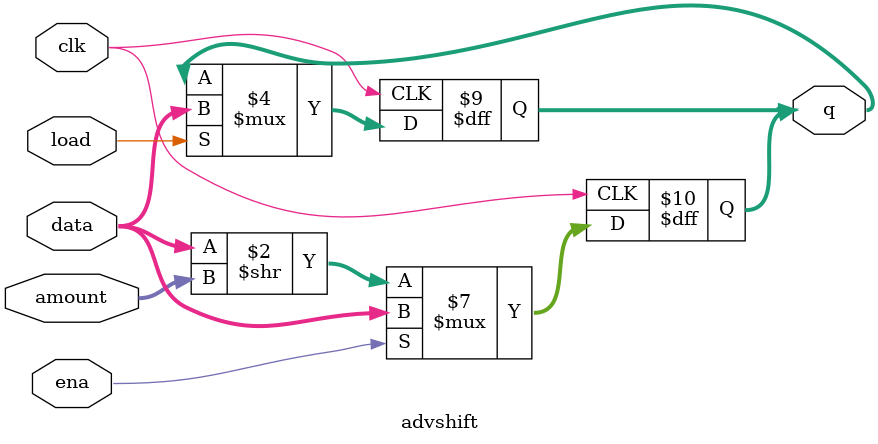
<source format=v>
module advshift(input clk,
input load,
input ena,
input [1:0] amount,
input [63:0] data,
output reg [63:0] q); 
// when load is high, assign data[63:0] to shift register q.
// if ena is high, shift q.
// amount: Chooses which direction and how much to shift.
// 2'b00: shift left by 1 bit.
// 2'b01: shift left by 8 bits.
// 2'b10: shift right by 1 bit.
// 2'b11: shift right by 8 bits.


// The following code implements the shift register.
// The register is initialized with the value of the input data.
// The register is shifted by the amount specified by the amount field.
// The value of the register is written to the output.
always @(posedge clk)
begin
  if (ena)
    q <= data;
  else
    q <= data >> amount;
end

// The following code implements the synchronous load.
// The register is loaded with the value of the input data.
// The register is shifted by the amount specified by the amount field.
// The value of the register is written to the output.
always @(posedge clk)
begin
  if (load)
    q <= data;
end

endmodule

</source>
